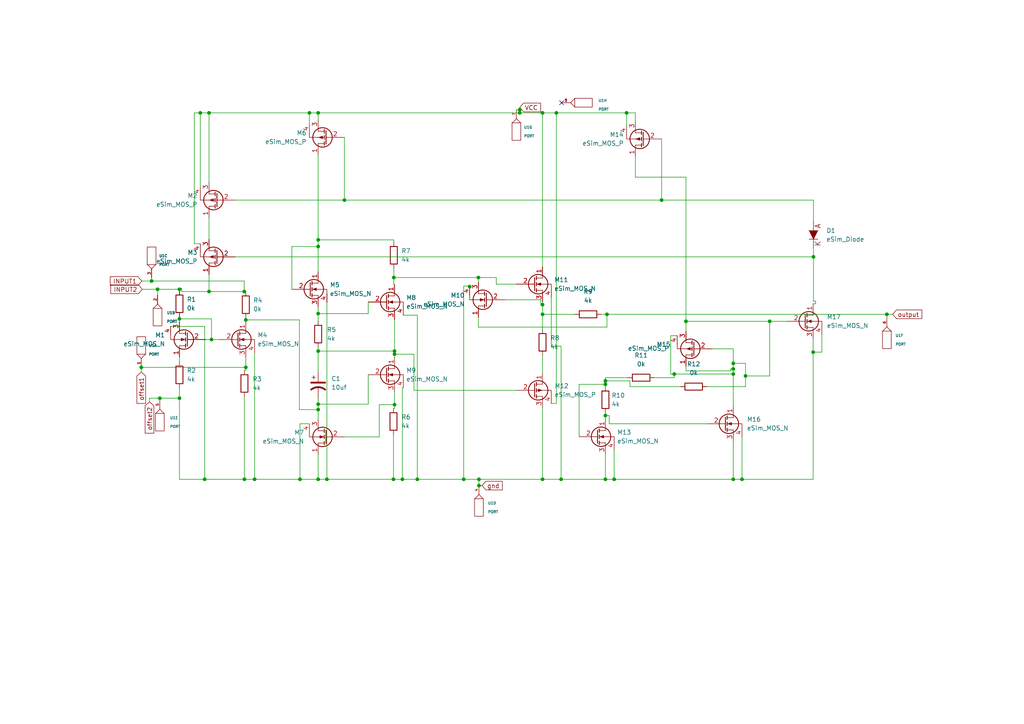
<source format=kicad_sch>
(kicad_sch (version 20211123) (generator eeschema)
  (paper "A4")
  (lib_symbols
    (symbol "eSim_Devices:capacitor_polarised" (pin_numbers hide) (pin_names (offset 0.254) hide)
      (property "Reference" "C" (at 0.635 2.54 0))
      (property "Value" "capacitor_polarised" (at 0.635 -2.54 0))
      (symbol "capacitor_polarised_0_1"
        (polyline (pts (xy -2.032 0.762) (xy 2.032 0.762)) (stroke (width 0.508)))
        (polyline (pts (xy -1.778 2.286) (xy -0.762 2.286)))
        (polyline (pts (xy -1.27 1.778) (xy -1.27 2.794)))
        (arc (start 2.032 -1.27) (mid 0 -0.5572) (end -2.032 -1.27) (stroke (width 0.508)))
      )
      (symbol "capacitor_polarised_1_1"
        (pin passive line (at 0 3.81 270) (length 2.794) (name "~") (number "1"))
        (pin passive line (at 0 -3.81 90) (length 3.302) (name "~") (number "2"))
      )
    )
    (symbol "eSim_Devices:eSim_Diode" (pin_numbers hide) (pin_names (offset 1.016) hide)
      (property "Reference" "D" (at 0 2.54 0))
      (property "Value" "eSim_Diode" (at 0 -2.54 0))
      (symbol "eSim_Diode_0_0"
        (text "A" (at -2.54 1.27 0) (effects (font (size 1.524 1.524))))
        (text "K" (at 2.54 1.27 0) (effects (font (size 1.524 1.524))))
      )
      (symbol "eSim_Diode_0_1"
        (polyline (pts (xy 1.27 1.27) (xy 1.27 -1.27)) (stroke (width 0.1524)))
        (polyline (pts (xy -1.27 1.27) (xy 1.27 0) (xy -1.27 -1.27)) (fill (type outline)))
      )
      (symbol "eSim_Diode_1_1"
        (pin passive line (at -3.81 0 0) (length 2.54) (name "A") (number "1"))
        (pin passive line (at 3.81 0 180) (length 2.54) (name "K") (number "2"))
      )
    )
    (symbol "eSim_Devices:eSim_MOS_N" (pin_names (offset 0) hide)
      (property "Reference" "M" (at 0 -3.81 0))
      (property "Value" "eSim_MOS_N" (at 2.54 -1.27 0))
      (symbol "eSim_MOS_N_0_1"
        (polyline (pts (xy 3.302 -7.366) (xy 3.302 -6.35)) (stroke (width 0.254)))
        (polyline (pts (xy 3.302 -6.858) (xy 5.08 -6.858)))
        (polyline (pts (xy 3.302 -5.588) (xy 3.302 -4.572)) (stroke (width 0.254)))
        (polyline (pts (xy 3.302 -5.08) (xy 5.08 -5.08)))
        (polyline (pts (xy 3.302 -3.81) (xy 3.302 -2.794)) (stroke (width 0.254)))
        (polyline (pts (xy 3.302 -3.302) (xy 5.08 -3.302)))
        (polyline (pts (xy 5.08 -7.62) (xy 5.08 -6.858)))
        (polyline (pts (xy 5.08 -3.302) (xy 5.08 -2.54)))
        (polyline (pts (xy 2.794 -6.985) (xy 2.794 -3.175) (xy 2.794 -3.175)) (stroke (width 0.254)))
        (polyline (pts (xy 5.08 -5.08) (xy 7.62 -5.08) (xy 7.62 -6.35)))
        (polyline (pts (xy 3.556 -5.08) (xy 4.572 -5.461) (xy 4.572 -4.699) (xy 3.556 -5.08)) (fill (type outline)))
        (circle (center 3.81 -5.08) (radius 2.8194) (stroke (width 0.254)))
      )
      (symbol "eSim_MOS_N_1_1"
        (pin passive line (at 5.08 0 270) (length 2.54) (name "D") (number "1"))
        (pin passive line (at -2.54 -5.08 0) (length 5.334) (name "G") (number "2"))
        (pin passive line (at 5.08 -10.16 90) (length 2.54) (name "S") (number "3"))
        (pin passive line (at 7.62 -8.89 90) (length 2.4892) (name "B") (number "4"))
      )
    )
    (symbol "eSim_Devices:eSim_MOS_P" (pin_names (offset 0) hide)
      (property "Reference" "M" (at -1.27 1.27 0))
      (property "Value" "eSim_MOS_P" (at 1.27 3.81 0))
      (symbol "eSim_MOS_P_0_1"
        (polyline (pts (xy 2.032 -1.778) (xy 3.81 -1.778)))
        (polyline (pts (xy 2.032 -1.27) (xy 2.032 -2.286)) (stroke (width 0.254)))
        (polyline (pts (xy 2.032 0) (xy 3.81 0)))
        (polyline (pts (xy 2.032 0.508) (xy 2.032 -0.508)) (stroke (width 0.254)))
        (polyline (pts (xy 2.032 1.778) (xy 3.81 1.778)))
        (polyline (pts (xy 2.032 2.286) (xy 2.032 1.27)) (stroke (width 0.254)))
        (polyline (pts (xy 3.81 -1.778) (xy 3.81 -2.54)))
        (polyline (pts (xy 3.81 2.54) (xy 3.81 1.778)))
        (polyline (pts (xy 1.524 1.905) (xy 1.524 -1.905) (xy 1.524 -1.905)) (stroke (width 0.254)))
        (polyline (pts (xy 3.81 0) (xy 6.35 0) (xy 6.35 -1.27)))
        (polyline (pts (xy 3.556 0) (xy 2.54 -0.381) (xy 2.54 0.381) (xy 3.556 0)) (fill (type outline)))
        (circle (center 2.54 0) (radius 2.8194) (stroke (width 0.254)))
      )
      (symbol "eSim_MOS_P_1_1"
        (pin passive line (at 3.81 5.08 270) (length 2.54) (name "D") (number "1"))
        (pin passive line (at -3.81 0 0) (length 5.334) (name "G") (number "2"))
        (pin passive line (at 3.81 -5.08 90) (length 2.54) (name "S") (number "3"))
        (pin passive line (at 6.35 -3.81 90) (length 2.54) (name "B") (number "4"))
      )
    )
    (symbol "eSim_Devices:resistor" (pin_numbers hide) (pin_names (offset 0))
      (property "Reference" "R" (at 1.27 3.302 0))
      (property "Value" "resistor" (at 1.27 -1.27 0))
      (symbol "resistor_0_1"
        (rectangle (start 3.81 0.254) (end -1.27 2.286) (stroke (width 0.254)))
      )
      (symbol "resistor_1_1"
        (pin passive line (at -2.54 1.27 0) (length 1.27) (name "~") (number "1"))
        (pin passive line (at 5.08 1.27 180) (length 1.27) (name "~") (number "2"))
      )
    )
    (symbol "eSim_Miscellaneous:PORT" (pin_names (offset 1.016))
      (property "Reference" "U" (at 1.27 2.54 0))
      (property "Value" "PORT" (at 0 0 0))
      (symbol "PORT_0_1"
        (rectangle (start -2.54 1.27) (end 2.54 -1.27))
        (arc (start 2.54 1.27) (mid 3.1355 0.5955) (end 3.81 0))
        (arc (start 3.81 0) (mid 3.1447 -0.6046) (end 2.54 -1.27))
      )
      (symbol "PORT_1_1"
        (pin bidirectional line (at 6.35 0 180) (length 2.54) (name "~") (number "1"))
      )
      (symbol "PORT_2_1"
        (pin bidirectional line (at 6.35 0 180) (length 2.54) (name "~") (number "2"))
      )
      (symbol "PORT_3_1"
        (pin bidirectional line (at 6.35 0 180) (length 2.54) (name "~") (number "3"))
      )
      (symbol "PORT_4_1"
        (pin bidirectional line (at 6.35 0 180) (length 2.54) (name "~") (number "4"))
      )
      (symbol "PORT_5_1"
        (pin bidirectional line (at 6.35 0 180) (length 2.54) (name "~") (number "5"))
      )
      (symbol "PORT_6_1"
        (pin bidirectional line (at 6.35 0 180) (length 2.54) (name "~") (number "6"))
      )
      (symbol "PORT_7_1"
        (pin bidirectional line (at 6.35 0 180) (length 2.54) (name "~") (number "7"))
      )
      (symbol "PORT_8_1"
        (pin bidirectional line (at 6.35 0 180) (length 2.54) (name "~") (number "8"))
      )
      (symbol "PORT_9_1"
        (pin bidirectional line (at 6.35 0 180) (length 2.54) (name "~") (number "9"))
      )
      (symbol "PORT_10_1"
        (pin bidirectional line (at 6.35 0 180) (length 2.54) (name "~") (number "10"))
      )
      (symbol "PORT_11_1"
        (pin bidirectional line (at 6.35 0 180) (length 2.54) (name "~") (number "11"))
      )
      (symbol "PORT_12_1"
        (pin bidirectional line (at 6.35 0 180) (length 2.54) (name "~") (number "12"))
      )
      (symbol "PORT_13_1"
        (pin bidirectional line (at 6.35 0 180) (length 2.54) (name "~") (number "13"))
      )
      (symbol "PORT_14_1"
        (pin bidirectional line (at 6.35 0 180) (length 2.54) (name "~") (number "14"))
      )
      (symbol "PORT_15_1"
        (pin bidirectional line (at 6.35 0 180) (length 2.54) (name "~") (number "15"))
      )
      (symbol "PORT_16_1"
        (pin bidirectional line (at 6.35 0 180) (length 2.54) (name "~") (number "16"))
      )
      (symbol "PORT_17_1"
        (pin bidirectional line (at 6.35 0 180) (length 2.54) (name "~") (number "17"))
      )
      (symbol "PORT_18_1"
        (pin bidirectional line (at 6.35 0 180) (length 2.54) (name "~") (number "18"))
      )
      (symbol "PORT_19_1"
        (pin bidirectional line (at 6.35 0 180) (length 2.54) (name "~") (number "19"))
      )
      (symbol "PORT_20_1"
        (pin bidirectional line (at 6.35 0 180) (length 2.54) (name "~") (number "20"))
      )
      (symbol "PORT_21_1"
        (pin bidirectional line (at 6.35 0 180) (length 2.54) (name "~") (number "21"))
      )
      (symbol "PORT_22_1"
        (pin bidirectional line (at 6.35 0 180) (length 2.54) (name "~") (number "22"))
      )
      (symbol "PORT_23_1"
        (pin bidirectional line (at 6.35 0 180) (length 2.54) (name "~") (number "23"))
      )
      (symbol "PORT_24_1"
        (pin bidirectional line (at 6.35 0 180) (length 2.54) (name "~") (number "24"))
      )
      (symbol "PORT_25_1"
        (pin bidirectional line (at 6.35 0 180) (length 2.54) (name "~") (number "25"))
      )
      (symbol "PORT_26_1"
        (pin bidirectional line (at 6.35 0 180) (length 2.54) (name "~") (number "26"))
      )
    )
  )
  (junction (at 40.9702 106.553))
  (junction (at 181.737 32.7406))
  (junction (at 92.2782 118.7958))
  (junction (at 235.9406 74.4982))
  (junction (at 61.341 98.4758))
  (junction (at 43.9674 81.5086))
  (junction (at 216.2302 109.0422))
  (junction (at 175.5902 110.4646))
  (junction (at 175.5902 139.0142))
  (junction (at 92.2782 71.501))
  (junction (at 175.5902 120.523))
  (junction (at 175.5902 111.4806))
  (junction (at 92.2782 69.5706))
  (junction (at 70.8406 84.5566))
  (junction (at 212.6742 108.4834))
  (junction (at 198.9582 93.1926))
  (junction (at 212.6742 105.3846))
  (junction (at 59.3598 139.0142))
  (junction (at 52.0446 92.4814))
  (junction (at 157.353 91.1606))
  (junction (at 99.8982 58.039))
  (junction (at 71.2978 106.553))
  (junction (at 150.749 31.8262))
  (junction (at 212.6742 107.0102))
  (junction (at 60.6298 84.5566))
  (junction (at 70.8914 139.0142))
  (junction (at 114.427 117.3734))
  (junction (at 114.2238 80.4926))
  (junction (at 52.0446 83.8962))
  (junction (at 121.031 139.0142))
  (junction (at 58.0898 32.7406))
  (junction (at 157.353 32.7406))
  (junction (at 60.6298 32.7406))
  (junction (at 134.493 139.0142))
  (junction (at 138.9126 140.843))
  (junction (at 161.3662 32.7406))
  (junction (at 46.355 115.4938))
  (junction (at 116.713 139.0142))
  (junction (at 178.1302 139.0142))
  (junction (at 86.995 139.0142))
  (junction (at 114.427 102.743))
  (junction (at 223.2406 93.1926))
  (junction (at 89.7382 32.7406))
  (junction (at 157.353 88.3666))
  (junction (at 73.8378 139.0142))
  (junction (at 114.1222 139.0142))
  (junction (at 235.839 102.1334))
  (junction (at 195.5546 108.4834))
  (junction (at 92.2782 117.221))
  (junction (at 138.9126 139.0142))
  (junction (at 94.8182 139.0142))
  (junction (at 157.353 139.0142))
  (junction (at 52.0446 115.4938))
  (junction (at 215.2142 139.0142))
  (junction (at 191.897 58.039))
  (junction (at 114.427 101.8286))
  (junction (at 136.2202 83.1342))
  (junction (at 92.2782 139.0142))
  (junction (at 92.2782 90.9574))
  (junction (at 92.2782 32.7406))
  (junction (at 150.749 32.7406))
  (junction (at 71.2978 92.7862))
  (junction (at 176.0474 91.1606))
  (junction (at 92.2782 101.8286))
  (junction (at 212.6742 139.0142))
  (junction (at 162.7378 139.0142))
  (junction (at 138.7602 80.4926))
  (junction (at 257.2258 91.1606))
  (junction (at 45.6946 83.8962))
  (no_connect (at 162.8902 29.7942))
  (wire (pts (xy 216.2302 109.0422) (xy 216.2302 112.141)))
  (wire (pts (xy 175.5902 110.4646) (xy 175.5902 109.5502)))
  (wire (pts (xy 167.9702 126.6698) (xy 167.9702 111.4806)))
  (wire (pts (xy 52.0446 112.5474) (xy 52.0446 115.4938)))
  (wire (pts (xy 46.355 115.4938) (xy 46.355 116.1034)))
  (wire (pts (xy 92.2782 34.7726) (xy 92.2782 32.7406)))
  (wire (pts (xy 43.9674 80.5434) (xy 43.9674 81.5086)))
  (wire (pts (xy 84.6582 71.501) (xy 92.2782 71.501)))
  (wire (pts (xy 212.6742 107.0102) (xy 212.6742 108.4834)))
  (wire (pts (xy 184.277 32.7406) (xy 184.277 35.2298)))
  (wire (pts (xy 114.1222 126.0602) (xy 114.1222 139.0142)))
  (wire (pts (xy 71.2978 92.1766) (xy 71.2978 92.7862)))
  (wire (pts (xy 174.371 91.1606) (xy 176.0474 91.1606)))
  (wire (pts (xy 134.493 139.0142) (xy 138.9126 139.0142)))
  (wire (pts (xy 86.995 139.0142) (xy 92.2782 139.0142)))
  (wire (pts (xy 116.967 91.4146) (xy 121.031 91.4146)))
  (wire (pts (xy 56.3626 70.6882) (xy 56.3626 32.7406)))
  (wire (pts (xy 86.8426 118.7958) (xy 92.2782 118.7958)))
  (wire (pts (xy 159.893 100.4062) (xy 162.7378 100.4062)))
  (wire (pts (xy 138.9126 140.843) (xy 139.827 140.843)))
  (wire (pts (xy 198.9582 51.3842) (xy 198.9582 93.1926)))
  (wire (pts (xy 149.7838 31.8262) (xy 150.749 31.8262)))
  (wire (pts (xy 70.8914 107.4166) (xy 71.2978 107.4166)))
  (wire (pts (xy 198.9582 107.569) (xy 211.9122 107.569)))
  (wire (pts (xy 41.275 83.8962) (xy 45.6946 83.8962)))
  (wire (pts (xy 211.9122 107.0102) (xy 212.6742 107.0102)))
  (wire (pts (xy 52.705 83.693) (xy 52.0446 83.693)))
  (wire (pts (xy 86.995 122.9106) (xy 86.995 139.0142)))
  (wire (pts (xy 59.3598 139.0142) (xy 70.8914 139.0142)))
  (wire (pts (xy 157.353 88.3666) (xy 157.353 91.1606)))
  (wire (pts (xy 71.2978 92.7862) (xy 71.2978 93.3958)))
  (wire (pts (xy 175.5902 109.5502) (xy 182.1434 109.5502)))
  (wire (pts (xy 89.7382 122.9106) (xy 86.995 122.9106)))
  (wire (pts (xy 157.353 118.2878) (xy 157.353 139.0142)))
  (wire (pts (xy 134.493 82.9818) (xy 134.493 139.0142)))
  (wire (pts (xy 236.5502 88.1126) (xy 235.839 88.1126)))
  (wire (pts (xy 114.2238 80.4926) (xy 138.7602 80.4926)))
  (wire (pts (xy 84.6582 83.8962) (xy 84.6582 71.501)))
  (wire (pts (xy 116.713 112.4966) (xy 116.713 139.0142)))
  (wire (pts (xy 212.6742 101.1682) (xy 212.6742 105.3846)))
  (wire (pts (xy 52.705 84.5566) (xy 60.6298 84.5566)))
  (wire (pts (xy 195.5546 108.4834) (xy 212.6742 108.4834)))
  (wire (pts (xy 176.7078 122.9106) (xy 176.7078 120.523)))
  (wire (pts (xy 40.9702 106.553) (xy 40.9702 107.9246)))
  (wire (pts (xy 198.9582 93.1926) (xy 198.9582 96.0882)))
  (wire (pts (xy 114.2238 70.231) (xy 114.2238 69.5706)))
  (wire (pts (xy 60.6298 32.7406) (xy 89.7382 32.7406)))
  (wire (pts (xy 138.7602 80.4926) (xy 138.7602 81.8642)))
  (wire (pts (xy 195.5546 109.5502) (xy 195.5546 108.4834)))
  (wire (pts (xy 167.9702 111.4806) (xy 175.5902 111.4806)))
  (wire (pts (xy 58.0898 32.7406) (xy 60.6298 32.7406)))
  (wire (pts (xy 176.7078 120.523) (xy 175.5902 120.523)))
  (wire (pts (xy 212.6742 127.9906) (xy 212.6742 139.0142)))
  (wire (pts (xy 211.9122 107.569) (xy 211.9122 107.0102)))
  (wire (pts (xy 161.3662 117.0178) (xy 161.3662 32.7406)))
  (wire (pts (xy 121.031 139.0142) (xy 134.493 139.0142)))
  (wire (pts (xy 70.8406 84.5566) (xy 71.2978 84.5566)))
  (wire (pts (xy 257.2258 91.1606) (xy 257.2258 92.2274)))
  (wire (pts (xy 161.3662 32.7406) (xy 181.737 32.7406)))
  (wire (pts (xy 92.2782 88.9762) (xy 92.2782 90.9574)))
  (wire (pts (xy 114.2238 69.5706) (xy 92.2782 69.5706)))
  (wire (pts (xy 92.2782 100.711) (xy 92.2782 101.8286)))
  (wire (pts (xy 120.0658 102.743) (xy 114.427 102.743)))
  (wire (pts (xy 159.893 117.0178) (xy 161.3662 117.0178)))
  (wire (pts (xy 138.7602 94.869) (xy 176.0474 94.869)))
  (wire (pts (xy 60.6298 84.5566) (xy 70.8406 84.5566)))
  (wire (pts (xy 92.2782 69.5706) (xy 92.2782 71.501)))
  (wire (pts (xy 159.893 86.233) (xy 159.893 100.4062)))
  (wire (pts (xy 60.6298 79.5782) (xy 60.6298 84.5566)))
  (wire (pts (xy 60.6298 63.119) (xy 60.6298 69.4182)))
  (wire (pts (xy 71.2978 103.5558) (xy 71.2978 106.553)))
  (wire (pts (xy 52.0446 103.5558) (xy 52.0446 104.9274)))
  (wire (pts (xy 52.0446 93.3958) (xy 52.0446 92.4814)))
  (wire (pts (xy 99.8982 39.8526) (xy 99.8982 58.039)))
  (wire (pts (xy 178.1302 139.0142) (xy 212.6742 139.0142)))
  (wire (pts (xy 196.4182 97.3582) (xy 194.5386 97.3582)))
  (wire (pts (xy 68.2498 58.039) (xy 99.8982 58.039)))
  (wire (pts (xy 212.6742 105.3846) (xy 216.2302 105.3846)))
  (wire (pts (xy 194.5386 108.4834) (xy 195.5546 108.4834)))
  (wire (pts (xy 143.9418 82.423) (xy 143.9418 80.4926)))
  (wire (pts (xy 92.2782 115.5446) (xy 92.2782 117.221)))
  (wire (pts (xy 205.0542 122.9106) (xy 176.7078 122.9106)))
  (wire (pts (xy 175.5902 139.0142) (xy 178.1302 139.0142)))
  (wire (pts (xy 235.9406 87.3506) (xy 236.5502 87.3506)))
  (wire (pts (xy 175.5902 111.4806) (xy 175.5902 110.4646)))
  (wire (pts (xy 157.353 91.1606) (xy 166.751 91.1606)))
  (wire (pts (xy 181.737 32.7406) (xy 181.737 36.4998)))
  (wire (pts (xy 114.2238 80.4926) (xy 114.2238 82.5246)))
  (wire (pts (xy 92.2782 32.7406) (xy 150.749 32.7406)))
  (wire (pts (xy 106.807 90.9574) (xy 92.2782 90.9574)))
  (wire (pts (xy 106.807 87.6046) (xy 106.807 90.9574)))
  (wire (pts (xy 191.897 58.039) (xy 235.9406 58.039)))
  (wire (pts (xy 114.2238 82.5246) (xy 114.427 82.5246)))
  (wire (pts (xy 114.1222 139.0142) (xy 116.713 139.0142)))
  (wire (pts (xy 116.967 112.4966) (xy 116.713 112.4966)))
  (wire (pts (xy 106.807 108.6866) (xy 106.807 117.221)))
  (wire (pts (xy 149.733 82.423) (xy 143.9418 82.423)))
  (wire (pts (xy 52.0446 115.4938) (xy 52.0446 139.0142)))
  (wire (pts (xy 92.2782 101.8286) (xy 92.2782 107.9246)))
  (wire (pts (xy 46.355 115.4938) (xy 43.3578 115.4938)))
  (wire (pts (xy 238.379 102.1334) (xy 235.839 102.1334)))
  (wire (pts (xy 223.2406 109.0422) (xy 216.2302 109.0422)))
  (wire (pts (xy 215.2142 139.0142) (xy 235.839 139.0142)))
  (wire (pts (xy 121.031 91.4146) (xy 121.031 139.0142)))
  (wire (pts (xy 138.9126 139.0142) (xy 157.353 139.0142)))
  (wire (pts (xy 70.8914 139.0142) (xy 73.8378 139.0142)))
  (wire (pts (xy 215.2142 126.7206) (xy 215.2142 139.0142)))
  (wire (pts (xy 198.9582 93.1926) (xy 223.2406 93.1926)))
  (wire (pts (xy 73.8378 102.2858) (xy 73.8378 139.0142)))
  (wire (pts (xy 71.2978 92.7862) (xy 86.8426 92.7862)))
  (wire (pts (xy 116.713 139.0142) (xy 121.031 139.0142)))
  (wire (pts (xy 99.8982 126.7206) (xy 110.0074 126.7206)))
  (wire (pts (xy 45.6946 83.8962) (xy 52.0446 83.8962)))
  (wire (pts (xy 236.5502 87.3506) (xy 236.5502 88.1126)))
  (wire (pts (xy 61.341 92.4814) (xy 52.0446 92.4814)))
  (wire (pts (xy 52.0446 83.8962) (xy 52.0446 84.3026)))
  (wire (pts (xy 150.749 31.1658) (xy 150.749 31.8262)))
  (wire (pts (xy 178.1302 130.4798) (xy 178.1302 139.0142)))
  (wire (pts (xy 194.5386 97.3582) (xy 194.5386 108.4834)))
  (wire (pts (xy 61.341 98.4758) (xy 61.341 92.4814)))
  (wire (pts (xy 52.0446 115.4938) (xy 46.355 115.4938)))
  (wire (pts (xy 212.6742 108.4834) (xy 212.6742 117.8306)))
  (wire (pts (xy 59.6646 98.4758) (xy 61.341 98.4758)))
  (wire (pts (xy 45.6946 85.6234) (xy 45.6946 83.8962)))
  (wire (pts (xy 71.2978 106.553) (xy 40.9702 106.553)))
  (wire (pts (xy 216.2302 105.3846) (xy 216.2302 109.0422)))
  (wire (pts (xy 86.8426 92.7862) (xy 86.8426 118.7958)))
  (wire (pts (xy 198.9582 106.2482) (xy 198.9582 107.569)))
  (wire (pts (xy 114.427 102.743) (xy 114.427 103.6066)))
  (wire (pts (xy 138.7602 92.0242) (xy 138.7602 94.869)))
  (wire (pts (xy 184.277 51.3842) (xy 198.9582 51.3842)))
  (wire (pts (xy 191.897 40.3098) (xy 191.897 58.039)))
  (wire (pts (xy 114.427 92.6846) (xy 114.427 101.8286)))
  (wire (pts (xy 89.7382 32.7406) (xy 89.7382 36.0426)))
  (wire (pts (xy 106.807 117.221) (xy 92.2782 117.221)))
  (wire (pts (xy 70.8914 115.0366) (xy 70.8914 139.0142)))
  (wire (pts (xy 138.9126 139.0142) (xy 138.9126 140.843)))
  (wire (pts (xy 138.7602 80.4926) (xy 143.9418 80.4926)))
  (wire (pts (xy 156.845 88.3666) (xy 157.353 88.3666)))
  (wire (pts (xy 157.353 32.7406) (xy 157.353 77.343)))
  (wire (pts (xy 175.5902 131.7498) (xy 175.5902 139.0142)))
  (wire (pts (xy 70.8406 84.5566) (xy 70.8406 81.5086)))
  (wire (pts (xy 110.0074 117.3734) (xy 114.427 117.3734)))
  (wire (pts (xy 189.7634 109.5502) (xy 195.5546 109.5502)))
  (wire (pts (xy 58.0898 54.229) (xy 58.0898 32.7406)))
  (wire (pts (xy 43.3578 115.4938) (xy 43.3578 116.5606)))
  (wire (pts (xy 94.8182 87.7062) (xy 94.8182 139.0142)))
  (wire (pts (xy 235.9406 58.039) (xy 235.9406 64.2874)))
  (wire (pts (xy 223.2406 93.1926) (xy 228.219 93.1926)))
  (wire (pts (xy 134.493 82.9818) (xy 136.2202 82.9818)))
  (wire (pts (xy 175.5902 119.761) (xy 175.5902 120.523)))
  (wire (pts (xy 43.9674 81.5086) (xy 41.1226 81.5086)))
  (wire (pts (xy 114.427 117.3734) (xy 114.427 118.4402)))
  (wire (pts (xy 68.2498 74.4982) (xy 235.9406 74.4982)))
  (wire (pts (xy 157.353 87.503) (xy 157.353 88.3666)))
  (wire (pts (xy 52.0446 139.0142) (xy 59.3598 139.0142)))
  (wire (pts (xy 52.0446 83.693) (xy 52.0446 83.8962)))
  (wire (pts (xy 59.3598 94.6658) (xy 59.3598 139.0142)))
  (wire (pts (xy 206.5782 101.1682) (xy 212.6742 101.1682)))
  (wire (pts (xy 114.427 113.7666) (xy 114.427 117.3734)))
  (wire (pts (xy 223.2406 93.1926) (xy 223.2406 109.0422)))
  (wire (pts (xy 212.6742 139.0142) (xy 215.2142 139.0142)))
  (wire (pts (xy 92.2782 71.501) (xy 92.2782 78.8162)))
  (wire (pts (xy 52.0446 92.4814) (xy 52.0446 91.9226)))
  (wire (pts (xy 146.3802 86.9442) (xy 156.845 86.9442)))
  (wire (pts (xy 162.7378 139.0142) (xy 175.5902 139.0142)))
  (wire (pts (xy 181.737 32.7406) (xy 184.277 32.7406)))
  (wire (pts (xy 114.2238 77.851) (xy 114.2238 80.4926)))
  (wire (pts (xy 175.5902 120.523) (xy 175.5902 121.5898)))
  (wire (pts (xy 61.341 98.4758) (xy 63.6778 98.4758)))
  (wire (pts (xy 120.0658 113.2078) (xy 120.0658 102.743)))
  (wire (pts (xy 92.2782 90.9574) (xy 92.2782 93.091)))
  (wire (pts (xy 92.2782 139.0142) (xy 94.8182 139.0142)))
  (wire (pts (xy 182.7022 110.4646) (xy 182.7022 112.141)))
  (wire (pts (xy 235.839 102.1334) (xy 235.839 98.2726)))
  (wire (pts (xy 176.0474 94.869) (xy 176.0474 91.1606)))
  (wire (pts (xy 157.353 32.7406) (xy 161.3662 32.7406)))
  (wire (pts (xy 110.0074 126.7206) (xy 110.0074 117.3734)))
  (wire (pts (xy 49.5046 94.6658) (xy 59.3598 94.6658)))
  (wire (pts (xy 182.7022 112.141) (xy 197.3834 112.141)))
  (wire (pts (xy 175.5902 112.141) (xy 175.5902 111.4806)))
  (wire (pts (xy 43.9674 81.5086) (xy 70.8406 81.5086)))
  (wire (pts (xy 156.845 86.9442) (xy 156.845 88.3666)))
  (wire (pts (xy 157.353 139.0142) (xy 162.7378 139.0142)))
  (wire (pts (xy 184.277 45.3898) (xy 184.277 51.3842)))
  (wire (pts (xy 56.3626 32.7406) (xy 58.0898 32.7406)))
  (wire (pts (xy 114.427 118.4402) (xy 114.1222 118.4402)))
  (wire (pts (xy 157.353 91.1606) (xy 157.353 95.4786)))
  (wire (pts (xy 92.2782 44.9326) (xy 92.2782 69.5706)))
  (wire (pts (xy 235.9406 74.4982) (xy 235.9406 87.3506)))
  (wire (pts (xy 92.2782 118.7958) (xy 92.2782 121.6406)))
  (wire (pts (xy 212.6742 105.3846) (xy 212.6742 107.0102)))
  (wire (pts (xy 176.0474 91.1606) (xy 257.2258 91.1606)))
  (wire (pts (xy 149.733 113.2078) (xy 120.0658 113.2078)))
  (wire (pts (xy 205.0034 112.141) (xy 216.2302 112.141)))
  (wire (pts (xy 99.8982 58.039) (xy 191.897 58.039)))
  (wire (pts (xy 89.7382 32.7406) (xy 92.2782 32.7406)))
  (wire (pts (xy 235.839 139.0142) (xy 235.839 102.1334)))
  (wire (pts (xy 92.2782 101.8286) (xy 114.427 101.8286)))
  (wire (pts (xy 60.6298 52.959) (xy 60.6298 32.7406)))
  (wire (pts (xy 114.427 101.8286) (xy 114.427 102.743)))
  (wire (pts (xy 58.0898 70.6882) (xy 56.3626 70.6882)))
  (wire (pts (xy 92.2782 117.221) (xy 92.2782 118.7958)))
  (wire (pts (xy 52.705 84.5566) (xy 52.705 83.693)))
  (wire (pts (xy 157.353 103.0986) (xy 157.353 108.1278)))
  (wire (pts (xy 150.749 31.8262) (xy 150.749 32.7406)))
  (wire (pts (xy 238.379 97.0026) (xy 238.379 102.1334)))
  (wire (pts (xy 257.2258 91.1606) (xy 258.9022 91.1606)))
  (wire (pts (xy 92.2782 131.8006) (xy 92.2782 139.0142)))
  (wire (pts (xy 136.2202 82.9818) (xy 136.2202 83.1342)))
  (wire (pts (xy 71.2978 106.553) (xy 71.2978 107.4166)))
  (wire (pts (xy 175.5902 110.4646) (xy 182.7022 110.4646)))
  (wire (pts (xy 162.7378 100.4062) (xy 162.7378 139.0142)))
  (wire (pts (xy 235.9406 71.9074) (xy 235.9406 74.4982)))
  (wire (pts (xy 73.8378 139.0142) (xy 86.995 139.0142)))
  (wire (pts (xy 94.8182 139.0142) (xy 114.1222 139.0142)))
  (wire (pts (xy 150.749 32.7406) (xy 157.353 32.7406)))
  (global_label "output" (shape input) (at 258.9022 91.1606 0) (property "Intersheet References" "${INTERSHEET_REFS}" (effects hide)))
  (global_label "offset2" (shape input) (at 43.3578 116.5606 270) (property "Intersheet References" "${INTERSHEET_REFS}" (effects hide)))
  (global_label "VCC" (shape input) (at 150.749 31.1658 0) (property "Intersheet References" "${INTERSHEET_REFS}" (effects hide)))
  (global_label "offset1" (shape input) (at 40.9702 107.9246 270) (property "Intersheet References" "${INTERSHEET_REFS}" (effects hide)))
  (global_label "gnd" (shape input) (at 139.827 140.843 0) (property "Intersheet References" "${INTERSHEET_REFS}" (effects hide)))
  (global_label "INPUT1" (shape input) (at 41.1226 81.5086 180) (property "Intersheet References" "${INTERSHEET_REFS}" (effects hide)))
  (global_label "INPUT2" (shape input) (at 41.275 83.8962 180) (property "Intersheet References" "${INTERSHEET_REFS}" (effects hide)))
  (symbol (lib_id "eSim_Devices:capacitor_polarised") (at 92.2782 111.7346 0) (unit 1)
    (property "Reference" "C1" (at 96.0882 109.8295 0) (effects (justify left)))
    (property "Value" "10uf" (at 96.0882 112.3695 0) (effects (justify left)))
  )
  (symbol (lib_id "eSim_Devices:eSim_MOS_P") (at 64.4398 74.4982 180) (unit 1)
    (property "Reference" "M3" (at 57.277 73.2281 0) (effects (justify left)))
    (property "Value" "eSim_MOS_P" (at 57.277 75.7681 0) (effects (justify left)))
  )
  (symbol (lib_id "eSim_Devices:eSim_MOS_N") (at 109.347 103.6066 0) (unit 1)
    (property "Reference" "M9" (at 117.8306 107.4165 0) (effects (justify left)))
    (property "Value" "eSim_MOS_N" (at 117.8306 109.9565 0) (effects (justify left)))
  )
  (symbol (lib_id "eSim_Devices:resistor") (at 53.3146 110.0074 90) (unit 1)
    (property "Reference" "R2" (at 54.1782 107.4673 90) (effects (justify right)))
    (property "Value" "4k" (at 54.1782 110.0073 90) (effects (justify right)))
  )
  (symbol (lib_id "eSim_Devices:resistor") (at 176.8602 117.221 90) (unit 1)
    (property "Reference" "R10" (at 177.3682 114.6809 90) (effects (justify right)))
    (property "Value" "4k" (at 177.3682 117.2209 90) (effects (justify right)))
  )
  (symbol (lib_id "eSim_Devices:eSim_MOS_N") (at 97.3582 131.8006 180) (unit 1)
    (property "Reference" "M7" (at 88.2142 125.4505 0) (effects (justify left)))
    (property "Value" "eSim_MOS_N" (at 88.2142 127.9905 0) (effects (justify left)))
  )
  (symbol (lib_id "eSim_Miscellaneous:PORT") (at 257.2258 98.5774 90) (unit 6)
    (property "Reference" "U1" (at 259.715 97.3074 90) (effects (font (size 0.762 0.762)) (justify right)))
    (property "Value" "PORT" (at 259.715 99.8474 90) (effects (font (size 0.762 0.762)) (justify right)))
  )
  (symbol (lib_id "eSim_Devices:resistor") (at 187.2234 108.2802 180) (unit 1)
    (property "Reference" "R11" (at 185.9534 103.0478 0))
    (property "Value" "0k" (at 185.9534 105.5878 0))
  )
  (symbol (lib_id "eSim_Miscellaneous:PORT") (at 45.6946 91.9734 90) (unit 2)
    (property "Reference" "U1" (at 48.387 90.7034 90) (effects (font (size 0.762 0.762)) (justify right)))
    (property "Value" "PORT" (at 48.387 93.2434 90) (effects (font (size 0.762 0.762)) (justify right)))
  )
  (symbol (lib_id "eSim_Devices:eSim_MOS_P") (at 202.7682 101.1682 180) (unit 1)
    (property "Reference" "M15" (at 194.5386 99.8981 0) (effects (justify left)))
    (property "Value" "eSim_MOS_P" (at 194.1322 101.0666 0) (effects (justify left)))
  )
  (symbol (lib_id "eSim_Miscellaneous:PORT") (at 43.9674 74.1934 270) (unit 3)
    (property "Reference" "U1" (at 46.1518 74.1934 90) (effects (font (size 0.762 0.762)) (justify left)))
    (property "Value" "PORT" (at 46.1518 76.7334 90) (effects (font (size 0.762 0.762)) (justify left)))
  )
  (symbol (lib_id "eSim_Devices:resistor") (at 93.5482 98.171 90) (unit 1)
    (property "Reference" "R5" (at 94.8182 95.6309 90) (effects (justify right)))
    (property "Value" "4k" (at 94.8182 98.1709 90) (effects (justify right)))
  )
  (symbol (lib_id "eSim_Devices:resistor") (at 115.3922 123.5202 90) (unit 1)
    (property "Reference" "R6" (at 116.4082 120.9801 90) (effects (justify right)))
    (property "Value" "4k" (at 116.4082 123.5201 90) (effects (justify right)))
  )
  (symbol (lib_id "eSim_Devices:eSim_MOS_N") (at 230.759 88.1126 0) (unit 1)
    (property "Reference" "M17" (at 239.8014 91.9225 0) (effects (justify left)))
    (property "Value" "eSim_MOS_N" (at 239.8014 94.4625 0) (effects (justify left)))
  )
  (symbol (lib_id "eSim_Devices:resistor") (at 115.4938 75.311 90) (unit 1)
    (property "Reference" "R7" (at 116.4082 72.7709 90) (effects (justify right)))
    (property "Value" "4k" (at 116.4082 75.3109 90) (effects (justify right)))
  )
  (symbol (lib_id "eSim_Devices:eSim_MOS_N") (at 66.2178 93.3958 0) (unit 1)
    (property "Reference" "M4" (at 74.7014 97.2057 0) (effects (justify left)))
    (property "Value" "eSim_MOS_N" (at 74.7014 99.7457 0) (effects (justify left)))
  )
  (symbol (lib_id "eSim_Devices:eSim_MOS_P") (at 153.543 113.2078 0) (unit 1)
    (property "Reference" "M12" (at 160.8582 111.9377 0) (effects (justify left)))
    (property "Value" "eSim_MOS_P" (at 160.8582 114.4777 0) (effects (justify left)))
  )
  (symbol (lib_id "eSim_Miscellaneous:PORT") (at 46.355 122.4534 90) (unit 5)
    (property "Reference" "U1" (at 49.3014 121.1834 90) (effects (font (size 0.762 0.762)) (justify right)))
    (property "Value" "PORT" (at 49.3014 123.7234 90) (effects (font (size 0.762 0.762)) (justify right)))
  )
  (symbol (lib_id "eSim_Miscellaneous:PORT") (at 169.2402 29.7942 180) (unit 8)
    (property "Reference" "U1" (at 173.5582 29.1592 0) (effects (font (size 0.762 0.762)) (justify right)))
    (property "Value" "PORT" (at 173.5582 31.6992 0) (effects (font (size 0.762 0.762)) (justify right)))
  )
  (symbol (lib_id "eSim_Devices:resistor") (at 53.3146 89.3826 90) (unit 1)
    (property "Reference" "R1" (at 54.1782 86.8425 90) (effects (justify right)))
    (property "Value" "0k" (at 54.1782 89.3825 90) (effects (justify right)))
  )
  (symbol (lib_id "eSim_Devices:eSim_MOS_N") (at 57.1246 103.5558 180) (unit 1)
    (property "Reference" "M1" (at 47.879 97.2057 0) (effects (justify left)))
    (property "Value" "eSim_MOS_N" (at 47.879 99.7457 0) (effects (justify left)))
  )
  (symbol (lib_id "eSim_Devices:resistor") (at 72.1614 112.4966 90) (unit 1)
    (property "Reference" "R3" (at 73.2282 109.9565 90) (effects (justify right)))
    (property "Value" "4k" (at 73.2282 112.4965 90) (effects (justify right)))
  )
  (symbol (lib_id "eSim_Devices:eSim_MOS_P") (at 188.087 40.3098 180) (unit 1)
    (property "Reference" "M14" (at 180.9242 39.0397 0) (effects (justify left)))
    (property "Value" "eSim_MOS_P" (at 180.9242 41.5797 0) (effects (justify left)))
  )
  (symbol (lib_id "eSim_Miscellaneous:PORT") (at 40.9702 100.203 270) (unit 1)
    (property "Reference" "U1" (at 43.1546 100.203 90) (effects (font (size 0.762 0.762)) (justify left)))
    (property "Value" "PORT" (at 43.1546 102.743 90) (effects (font (size 0.762 0.762)) (justify left)))
  )
  (symbol (lib_id "eSim_Miscellaneous:PORT") (at 138.9126 147.193 90) (unit 4)
    (property "Reference" "U1" (at 141.5034 145.923 90) (effects (font (size 0.762 0.762)) (justify right)))
    (property "Value" "PORT" (at 141.5034 148.463 90) (effects (font (size 0.762 0.762)) (justify right)))
  )
  (symbol (lib_id "eSim_Devices:eSim_MOS_N") (at 109.347 82.5246 0) (unit 1)
    (property "Reference" "M8" (at 117.8306 86.3345 0) (effects (justify left)))
    (property "Value" "eSim_MOS_N" (at 117.8306 88.8745 0) (effects (justify left)))
  )
  (symbol (lib_id "eSim_Devices:resistor") (at 171.831 89.8906 180) (unit 1)
    (property "Reference" "R9" (at 170.561 84.6074 0))
    (property "Value" "4k" (at 170.561 87.1474 0))
  )
  (symbol (lib_id "eSim_Devices:eSim_MOS_N") (at 170.5102 121.5898 0) (unit 1)
    (property "Reference" "M13" (at 178.9938 125.3997 0) (effects (justify left)))
    (property "Value" "eSim_MOS_N" (at 178.9938 127.9397 0) (effects (justify left)))
  )
  (symbol (lib_id "eSim_Devices:resistor") (at 158.623 100.5586 90) (unit 1)
    (property "Reference" "R8" (at 159.5882 98.0185 90) (effects (justify right)))
    (property "Value" "4k" (at 159.5882 100.5585 90) (effects (justify right)))
  )
  (symbol (lib_id "eSim_Miscellaneous:PORT") (at 149.7838 38.1762 90) (unit 7)
    (property "Reference" "U1" (at 151.9682 36.9062 90) (effects (font (size 0.762 0.762)) (justify right)))
    (property "Value" "PORT" (at 151.9682 39.4462 90) (effects (font (size 0.762 0.762)) (justify right)))
  )
  (symbol (lib_id "eSim_Devices:eSim_MOS_N") (at 143.8402 92.0242 180) (unit 1)
    (property "Reference" "M10" (at 134.7978 85.6741 0) (effects (justify left)))
    (property "Value" "eSim_MOS_N" (at 134.7978 88.2141 0) (effects (justify left)))
  )
  (symbol (lib_id "eSim_Devices:resistor") (at 72.5678 89.6366 90) (unit 1)
    (property "Reference" "R4" (at 73.4314 87.0965 90) (effects (justify right)))
    (property "Value" "0k" (at 73.4314 89.6365 90) (effects (justify right)))
  )
  (symbol (lib_id "eSim_Devices:eSim_Diode") (at 235.9406 68.0974 270) (unit 1)
    (property "Reference" "D1" (at 239.649 66.8817 90) (effects (justify left)))
    (property "Value" "eSim_Diode" (at 239.649 69.4217 90) (effects (justify left)))
  )
  (symbol (lib_id "eSim_Devices:eSim_MOS_P") (at 64.4398 58.039 180) (unit 1)
    (property "Reference" "M2" (at 57.277 56.7689 0) (effects (justify left)))
    (property "Value" "eSim_MOS_P" (at 57.277 59.3089 0) (effects (justify left)))
  )
  (symbol (lib_id "eSim_Devices:eSim_MOS_N") (at 207.5942 117.8306 0) (unit 1)
    (property "Reference" "M16" (at 216.6366 121.6405 0) (effects (justify left)))
    (property "Value" "eSim_MOS_N" (at 216.6366 124.1805 0) (effects (justify left)))
  )
  (symbol (lib_id "eSim_Devices:resistor") (at 202.4634 110.871 180) (unit 1)
    (property "Reference" "R12" (at 201.1934 105.5878 0))
    (property "Value" "0k" (at 201.1934 108.1278 0))
  )
  (symbol (lib_id "eSim_Devices:eSim_MOS_N") (at 152.273 77.343 0) (unit 1)
    (property "Reference" "M11" (at 160.7566 81.1529 0) (effects (justify left)))
    (property "Value" "eSim_MOS_N" (at 160.7566 83.6929 0) (effects (justify left)))
  )
  (symbol (lib_id "eSim_Devices:eSim_MOS_N") (at 87.1982 78.8162 0) (unit 1)
    (property "Reference" "M5" (at 95.6818 82.6261 0) (effects (justify left)))
    (property "Value" "eSim_MOS_N" (at 95.6818 85.1661 0) (effects (justify left)))
  )
  (symbol (lib_id "eSim_Devices:eSim_MOS_P") (at 96.0882 39.8526 180) (unit 1)
    (property "Reference" "M6" (at 88.9254 38.5825 0) (effects (justify left)))
    (property "Value" "eSim_MOS_P" (at 88.9254 41.1225 0) (effects (justify left)))
  )
)
</source>
